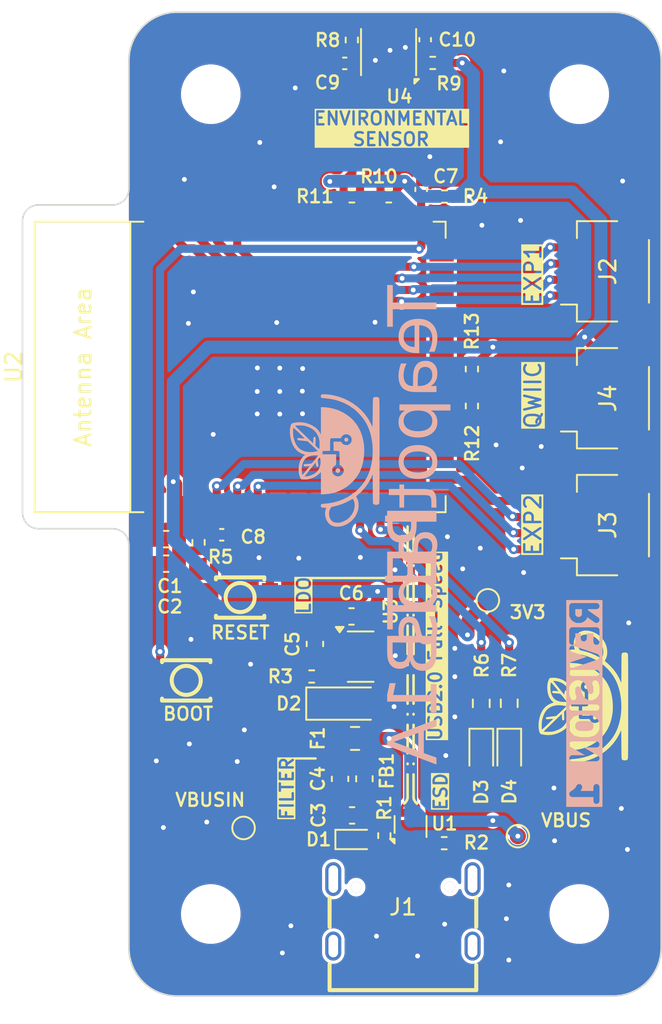
<source format=kicad_pcb>
(kicad_pcb (version 20240108) (generator "pcbnew") (generator_version "8.0")
  (layers (0 "F.Cu" signal) (1 "In1.Cu" signal) (2 "In2.Cu" signal) (31 "B.Cu" signal) (34 "B.Paste" user) (35 "F.Paste" user) (36 "B.SilkS" user "B.Silkscreen") (37 "F.SilkS" user "F.Silkscreen") (38 "B.Mask" user) (39 "F.Mask" user) (44 "Edge.Cuts" user))
  (net 0 "")
  (net 1 "+3V3")
  (net 2 "GND")
  (net 3 "Net-(D1-A2)")
  (net 4 "Net-(C4-Pad1)")
  (net 5 "+5V")
  (net 6 "/BOOT0")
  (net 7 "/CHIP_EN")
  (net 8 "VBUS")
  (net 9 "Net-(D3-K)")
  (net 10 "Net-(J1-CC1)")
  (net 11 "/D_IN+")
  (net 12 "/D_IN-")
  (net 14 "Net-(J1-CC2)")
  (net 17 "/GPIO4")
  (net 18 "/GPIO5")
  (net 19 "/GPIO6")
  (net 24 "/GPIO3")
  (net 25 "/GPIO11")
  (net 26 "/GPIO12")
  (net 28 "/U0TXD")
  (net 29 "/U0RXD")
  (net 30 "/GPIO1")
  (net 31 "/GPIO2")
  (net 33 "/GPIO37")
  (net 34 "/GPIO36")
  (net 39 "Net-(D4-K)")
  (net 40 "Net-(U3-CE)")
  (net 41 "/D_OUT+")
  (net 42 "/D_OUT-")
  (net 46 "/LED0")
  (net 47 "/LED1")
  (net 49 "Net-(U4-SDO)")
  (net 50 "Net-(U4-CSB)")
  (footprint "Resistor_SMD:R_0402_1005Metric" (layer "F.Cu") (at 143.42 99.58)
    (property "Reference" "R3")
    (property "Value" "5K1")
  )
  (footprint "petb1a:Bosch_LGA-8_3x3mm_P0.8mm_ClockwisePinNumbering" (layer "F.Cu") (at 148.19 60.96 180)
    (property "Reference" "U4")
    (property "Value" "BME680")
  )
  (footprint "Resistor_SMD:R_0402_1005Metric" (layer "F.Cu") (at 145.91 60.14 -90)
    (property "Reference" "R8")
    (property "Value" "10K")
  )
  (footprint "LED_SMD:LED_0603_1608Metric" (layer "F.Cu") (at 155.6775 104.3025 -90)
    (property "Reference" "D4")
    (property "Value" "GREEN")
  )
  (footprint "Capacitor_SMD:C_0402_1005Metric" (layer "F.Cu") (at 150.46 60.12 90)
    (property "Reference" "C10")
    (property "Value" "100n")
  )
  (footprint "Capacitor_SMD:C_0603_1608Metric" (layer "F.Cu") (at 134.39 92.59 180)
    (property "Reference" "C2")
    (property "Value" "100n")
  )
  (footprint "Resistor_SMD:R_0603_1608Metric" (layer "F.Cu") (at 153.94 101.245 90)
    (property "Reference" "R6")
    (property "Value" "1K")
  )
  (footprint "petb1a:ESP32-S3-WROOM-1" (layer "F.Cu") (at 141.98 80.4 90)
    (property "Reference" "U2")
    (property "Value" "ESP32-S3-WROOM-1" (hide yes))
  )
  (footprint "Resistor_SMD:R_0603_1608Metric" (layer "F.Cu") (at 155.675 101.24 90)
    (property "Reference" "R7")
    (property "Value" "1K")
  )
  (footprint "petb1a:JST_SH_SM04B-SRSS-TB_1x04-1MP_P1.00mm_Horizontal" (layer "F.Cu") (at 161.66 90.2 90)
    (property "Reference" "J3")
    (property "Value" "EXP2")
  )
  (footprint "Resistor_SMD:R_0402_1005Metric" (layer "F.Cu") (at 145.91 69.83 180)
    (property "Reference" "R11")
    (property "Value" "10K")
  )
  (footprint "Capacitor_SMD:C_0603_1608Metric" (layer "F.Cu") (at 145.89 95.86 180)
    (property "Reference" "C6")
    (property "Value" "10u")
  )
  (footprint "MountingHole:MountingHole_3.2mm_M3" (layer "F.Cu") (at 160.02 63.5)
    (property "Reference" "H2")
    (property "Value" "MountingHole")
  )
  (footprint "TestPoint:TestPoint_Pad_D1.0mm" (layer "F.Cu") (at 139.192 108.966)
    (property "Reference" "TP1")
    (property "Value" "VBUSIN")
  )
  (footprint "petb1a:USB-C-SMD_TYPE-C-16P-1" (layer "F.Cu") (at 149.08 113.875)
    (property "Reference" "J1")
    (property "Value" "TYPEC-304-ACP16")
  )
  (footprint "Capacitor_SMD:C_0402_1005Metric" (layer "F.Cu") (at 150.21 69.4 90)
    (property "Reference" "C7")
    (property "Value" "1u")
  )
  (footprint "TestPoint:TestPoint_Pad_D1.0mm" (layer "F.Cu") (at 154.35 94.86)
    (property "Reference" "TP3")
    (property "Value" "+3V3")
  )
  (footprint "LED_SMD:LED_0603_1608Metric" (layer "F.Cu") (at 153.94 104.3025 -90)
    (property "Reference" "D3")
    (property "Value" "RED")
  )
  (footprint "petb1a:TeapotLogo" (layer "F.Cu") (at 160.205975 101.310433 90)
    (property "Reference" "G***")
    (property "Value" "LOGO" (hide yes))
  )
  (footprint "Capacitor_SMD:C_0603_1608Metric" (layer "F.Cu") (at 143.62 97.565 90)
    (property "Reference" "C5")
    (property "Value" "10u")
  )
  (footprint "Resistor_SMD:R_0402_1005Metric" (layer "F.Cu") (at 148.2 69.83 180)
    (property "Reference" "R10")
    (property "Value" "10K")
  )
  (footprint "Package_TO_SOT_SMD:SOT-23-5" (layer "F.Cu") (at 146.4575 98.35)
    (property "Reference" "U3")
    (property "Value" "XC6220B331MR-G")
  )
  (footprint "Resistor_SMD:R_0402_1005Metric" (layer "F.Cu") (at 136.4 91.27 90)
    (property "Reference" "R5")
    (property "Value" "10K")
  )
  (footprint "Capacitor_SMD:C_0603_1608Metric" (layer "F.Cu") (at 145.18 105.925 -90)
    (property "Reference" "C4")
    (property "Value" "100n")
  )
  (footprint "Capacitor_SMD:C_0603_1608Metric" (layer "F.Cu") (at 134.39 91.07 180)
    (property "Reference" "C1")
    (property "Value" "10u")
  )
  (footprint "Resistor_SMD:R_0402_1005Metric" (layer "F.Cu") (at 147.9275 109.4424 90)
    (property "Reference" "R1")
    (property "Value" "5K1")
  )
  (footprint "MountingHole:MountingHole_3.2mm_M3" (layer "F.Cu") (at 137.16 63.5)
    (property "Reference" "H1")
    (property "Value" "MountingHole")
  )
  (footprint "petb1a:JST_SH_SM04B-SRSS-TB_1x04-1MP_P1.00mm_Horizontal" (layer "F.Cu") (at 161.66 82.34 90)
    (property "Reference" "J4")
    (property "Value" "Qwiic")
  )
  (footprint "Capacitor_SMD:C_0603_1608Metric" (layer "F.Cu") (at 145.925 108.19 180)
    (property "Reference" "C3")
    (property "Value" "10n")
  )
  (footprint "TestPoint:TestPoint_Pad_D1.0mm" (layer "F.Cu") (at 156.21 109.474)
    (property "Reference" "TP2")
    (property "Value" "VBUS")
  )
  (footprint "Resistor_SMD:R_0402_1005Metric" (layer "F.Cu") (at 151.64 109.91)
    (property "Reference" "R2")
    (property "Value" "5K1")
  )
  (footprint "Resistor_SMD:R_0402_1005Metric" (layer "F.Cu") (at 153.36 80.53 90)
    (property "Reference" "R13")
    (property "Value" "10K")
  )
  (footprint "Capacitor_SMD:C_0402_1005Metric" (layer "F.Cu") (at 137.84 90.8)
    (property "Reference" "C8")
    (property "Value" "1u")
  )
  (footprint "Fuse:Fuse_0805_2012Metric" (layer "F.Cu") (at 146.11 103.42)
    (property "Reference" "F1")
    (property "Value" "SMD0805P075TF")
  )
  (footprint "Diode_SMD:D_SOD-523" (layer "F.Cu") (at 146.15 109.68)
    (property "Reference" "D1")
    (property "Value" "LESD5D5.0CT1G")
  )
  (footprint "Capacitor_SMD:C_0402_1005Metric" (layer "F.Cu") (at 145.47 61.59 180)
    (property "Reference" "C9")
    (property "Value" "100n")
  )
  (footprint "MountingHole:MountingHole_3.2mm_M3" (layer "F.Cu") (at 160.02 114.3)
    (property "Reference" "H3")
    (property "Value" "MountingHole")
  )
  (footprint "Resistor_SMD:R_0402_1005Metric" (layer "F.Cu") (at 151.66 69.84 180)
    (property "Reference" "R4")
    (property "Value" "10K")
  )
  (footprint "petb1a:JST_SH_SM04B-SRSS-TB_1x04-1MP_P1.00mm_Horizontal" (layer "F.Cu") (at 161.66 74.475 90)
    (property "Reference" "J2")
    (property "Value" "EXP1")
  )
  (footprint "Diode_SMD:D_SOD-123" (layer "F.Cu") (at 145.44 101.26)
    (property "Reference" "D2")
    (property "Value" "B5819W")
  )
  (footprint "petb1a:KEY-SMD_L3.0-W2.5-LS4.0" (layer "F.Cu") (at 138.98 94.69 180)
    (property "Reference" "SW2")
    (property "Value" "TD-1183SA-1.5H-250")
  )
  (footprint "Resistor_SMD:R_0402_1005Metric" (layer "F.Cu") (at 150.93 61.56)
    (property "Reference" "R9")
    (property "Value" "10K")
  )
  (footprint "petb1a:KEY-SMD_L3.0-W2.5-LS4.0" (layer "F.Cu") (at 135.636 99.822 180)
    (property "Reference" "SW1")
    (property "Value" "TD-1183SA-1.5H-250")
  )
  (footprint "Inductor_SMD:L_0603_1608Metric" (layer "F.Cu") (at 146.69 105.92 90)
    (property "Reference" "FB1")
    (property "Value" "MMZ1608B601CTAH0")
  )
  (footprint "Package_TO_SOT_SMD:SOT-666" (layer "F.Cu") (at 149.5525 108.875 90)
    (property "Reference" "U1")
    (property "Value" "USBLC6-2P6")
  )
  (footprint "MountingHole:MountingHole_3.2mm_M3" (layer "F.Cu") (at 137.16 114.3)
    (property "Reference" "H4")
    (property "Value" "MountingHole")
  )
  (footprint "Resistor_SMD:R_0402_1005Metric" (layer "F.Cu") (at 153.36 82.82 90)
    (property "Reference" "R12")
    (property "Value" "10K")
  )
  (footprint "petb1a:TeapotLogo" (layer "B.Cu") (at 144.78 85.725 -90)
    (property "Reference" "G***")
    (property "Value" "LOGO" (hide yes))
  )
  (gr_line (start 149.32 107.26) (end 149.27 107.34) (stroke (width 0.16)) (layer "F.SilkS"))
  (gr_line (start 149.22 107.4) (end 149.16 107.46) (stroke (width 0.16)) (layer "F.SilkS"))
  (gr_line (start 149.74 107.01) (end 149.74 107.1) (stroke (width 0.16)) (layer "F.SilkS"))
  (gr_line (start 149.84 107.34) (end 149.89 107.399999) (stroke (width 0.16)) (layer "F.SilkS"))
  (gr_line (start 142.38 104.66) (end 143.66 104.66) (stroke (width 0.15)) (layer "F.SilkS"))
  (gr_line (start 149.74 107.1) (end 149.76 107.19) (stroke (width 0.16)) (layer "F.SilkS"))
  (gr_line (start 148.05 93.48) (end 143.41 93.48) (stroke (width 0.15)) (layer "F.SilkS"))
  (gr_line (start 149.35 107.19) (end 149.319999 107.26) (stroke (width 0.16)) (layer "F.SilkS"))
  (gr_line (start 149.37 107.01) (end 149.37 107.1) (stroke (width 0.16)) (layer "F.SilkS"))
  (gr_line (start 149.74 90.29) (end 149.74 107.01) (stroke (width 0.16) (type dash_dot)) (layer "F.SilkS"))
  (gr_line (start 149.76 107.19) (end 149.790001 107.26) (stroke (width 0.16)) (layer "F.SilkS"))
  (gr_line (start 149.37 90.29) (end 149.37 107.01) (stroke (width 0.16) (type dash_dot)) (layer "F.SilkS"))
  (gr_line (start 149.79 107.26) (end 149.84 107.34) (stroke (width 0.16)) (layer "F.SilkS"))
  (gr_line (start 149.37 107.1) (end 149.35 107.19) (stroke (width 0.16)) (layer "F.SilkS"))
  (gr_line (start 149.89 107.4) (end 149.95 107.46) (stroke (width 0.16)) (layer "F.SilkS"))
  (gr_line (start 149.27 107.34) (end 149.22 107.399999) (stroke (width 0.16)) (layer "F.SilkS"))
  (gr_arc (start 126.476 90.424) (mid 125.768893 90.131107) (end 125.476 89.424) (stroke (width 0.1)) (layer "Edge.Cuts"))
  (gr_line (start 132.08 69.358) (end 132.08 61.42) (stroke (width 0.1)) (layer "Edge.Cuts"))
  (gr_arc (start 132.08 69.358) (mid 131.787107 70.065107) (end 131.08 70.358) (stroke (width 0.1)) (layer "Edge.Cuts"))
  (gr_line (start 131.08 90.424) (end 126.476 90.424) (stroke (width 0.1)) (layer "Edge.Cuts"))
  (gr_line (start 125.476 71.358) (end 125.476 89.424) (stroke (width 0.1)) (layer "Edge.Cuts"))
  (gr_line (start 162.1 119.38) (end 135.08 119.38) (stroke (width 0.1)) (layer "Edge.Cuts"))
  (gr_line (start 135.08 58.42) (end 162.1 58.42) (stroke (width 0.1)) (layer "Edge.Cuts"))
  (gr_arc (start 131.08 90.424) (mid 131.787107 90.716893) (end 132.08 91.424) (stroke (width 0.1)) (layer "Edge.Cuts"))
  (gr_arc (start 165.1 116.38) (mid 164.22132 118.50132) (end 162.1 119.38) (stroke (width 0.1)) (layer "Edge.Cuts"))
  (gr_line (start 132.08 116.38) (end 132.08 91.424) (stroke (width 0.1)) (layer "Edge.Cuts"))
  (gr_arc (start 125.476 71.358) (mid 125.768893 70.650893) (end 126.476 70.358) (stroke (width 0.1)) (layer "Edge.Cuts"))
  (gr_arc (start 135.08 119.38) (mid 132.95868 118.50132) (end 132.08 116.38) (stroke (width 0.1)) (layer "Edge.Cuts"))
  (gr_arc (start 162.1 58.42) (mid 164.22132 59.29868) (end 165.1 61.42) (stroke (width 0.1)) (layer "Edge.Cuts"))
  (gr_line (start 165.1 61.42) (end 165.1 116.38) (stroke (width 0.1)) (layer "Edge.Cuts"))
  (gr_line (start 131.08 70.358) (end 126.476 70.358) (stroke (width 0.1)) (layer "Edge.Cuts"))
  (gr_arc (start 132.08 61.42) (mid 132.95868 59.29868) (end 135.08 58.42) (stroke (width 0.1)) (layer "Edge.Cuts"))
  (gr_text "Teapotlabs" (at 151.670458 75.334408 90) (layer "B.SilkS") (effects (font (size 3 3)) (justify left bottom mirror)))
  (gr_text "REVISION 1" (at 161.29 94.615 90) (layer "B.SilkS" knockout) (effects (font (size 1.5 1.5) (thickness 0.375) (bold yes)) (justify left bottom mirror)))
  (gr_text "PETB1A" (at 151.670458 88.9 90) (layer "B.SilkS") (effects (font (size 3 3)) (justify left bottom mirror)))
  (gr_text "EXP1" (at 157.734 76.708 90) (layer "F.SilkS" knockout) (effects (font (size 1 1)) (justify left bottom)))
  (gr_text "VBUS" (at 157.559393 108.966 0) (layer "F.SilkS") (effects (font (size 0.8 0.8)) (justify left bottom)))
  (gr_text "USB2.0 Full-Speed" (at 151.56 103.65 90) (layer "F.SilkS" knockout) (effects (font (size 0.8 0.8)) (justify left bottom)))
  (gr_text "EXP2" (at 157.734 92.202 90) (layer "F.SilkS" knockout) (effects (font (size 1 1)) (justify left bottom)))
  (gr_text "ESD" (at 151.89 107.96 90) (layer "F.SilkS" knockout) (effects (font (size 0.8 0.8)) (justify left bottom)))
  (gr_text "FILTER" (at 142.35 108.55 90) (layer "F.SilkS" knockout) (effects (font (size 0.8 0.8)) (justify left bottom)))
  (gr_text "QWIIC" (at 157.734 84.328 90) (layer "F.SilkS" knockout) (effects (font (size 1 1)) (justify left bottom)))
  (gr_text "LDO" (at 143.41 95.8 90) (layer "F.SilkS" knockout) (effects (font (size 0.8 0.8)) (justify left bottom)))
  (gr_text "VBUSIN" (at 134.874 107.696 0) (layer "F.SilkS") (effects (font (size 0.8 0.8)) (justify left bottom)))
  (gr_text "RESET" (at 137.08 97.33 0) (layer "F.SilkS") (effects (font (size 0.8 0.8)) (justify left bottom)))
  (gr_text "BOOT" (at 134.112 102.362 0) (layer "F.SilkS") (effects (font (size 0.8 0.8)) (justify left bottom)))
  (gr_text "ENVIRONMENTAL\nSENSOR" (at 148.34 66.76 0) (layer "F.SilkS" knockout) (effects (font (size 0.8 0.8)) (justify bottom)))
  (gr_text "3V3" (at 155.62 96.07 0) (layer "F.SilkS") (effects (font (size 0.8 0.8)) (justify left bottom)))
  (segment (start 150.95 59.64) (end 150.46 59.64) (width 0.5) (layer "F.Cu") (net 1))
  (segment (start 148.71 69.83) (end 148.71 69.37) (width 0.5) (layer "F.Cu") (net 1))
  (segment (start 147.79 60.034999) (end 147.174999 60.65) (width 0.5) (layer "F.Cu") (net 1))
  (segment (start 135.165 89.325) (end 134.99 89.15) (width 0.8) (layer "F.Cu") (net 1))
  (segment (start 135.165 91.78) (end 135.165 92.59) (width 0.8) (layer "F.Cu") (net 1))
  (segment (start 161.56 79.87) (end 160.355 78.665) (width 0.5) (layer "F.Cu") (net 1))
  (segment (start 147.51 94.31) (end 147.51 95.015) (width 0.8) (layer "F.Cu") (net 1))
  (segment (start 149.5225 59.64) (end 149.39 59.7725) (width 0.5) (layer "F.Cu") (net 1))
  (segment (start 134.99 87.67) (end 134.83 87.51) (width 0.8) (layer "F.Cu") (net 1))
  (segment (start 136.4 91.78) (end 135.875 91.78) (width 0.5) (layer "F.Cu") (net 1))
  (segment (start 144.53 68.89) (end 144.547524 68.907524) (width 0.5) (layer "F.Cu") (net 1))
  (segment (start 153.36 83.33) (end 154.91 83.33) (width 0.5) (layer "F.Cu") (net 1))
  (segment (start 135.165 91.07) (end 135.165 89.325) (width 0.8) (layer "F.Cu") (net 1))
  (segment (start 154.35 94.86) (end 153.12 96.09) (width 0.8) (layer "F.Cu") (net 1))
  (segment (start 158.65 103.92) (end 157.48 105.09) (width 0.8) (layer "F.Cu") (net 1))
  (segment (start 151.44 61.56) (end 151.44 60.13) (width 0.5) (layer "F.Cu") (net 1))
  (segment (start 157.36 94.86) (end 158.65 96.15) (width 0.8) (layer "F.Cu") (net 1))
  (segment (start 145.91 61.55) (end 145.95 61.59) (width 0.5) (layer "F.Cu") (net 1))
  (segment (start 153.36 80.02) (end 153.81 80.02) (width 0.5) (layer "F.Cu") (net 1))
  (segment (start 152.18 69.83) (end 152.17 69.84) (width 0.8) (layer "F.Cu") (net 1))
  (segment (start 147.79 59.7725) (end 147.79 60.034999) (width 0.5) (layer "F.Cu") (net 1))
  (segment (start 145.4 68.907524) (end 145.95 68.357524) (width 0.5) (layer "F.Cu") (net 1))
  (segment (start 145.4 68.907524) (end 144.547524 68.907524) (width 0.5) (layer "F.Cu") (net 1))
  (segment (start 155.4 82.84) (end 159.66 82.84) (width 0.5) (layer "F.Cu") (net 1))
  (segment (start 147.61 96.21) (end 147.595 96.225) (width 0.8) (layer "F.Cu") (net 1))
  (segment (start 147.26 95.86) (end 147.61 96.21) (width 0.8) (layer "F.Cu") (net 1))
  (segment (start 148.71 69.37) (end 149.19 68.89) (width 0.5) (layer "F.Cu") (net 1))
  (segment (start 154.35 94.86) (end 157.36 94.86) (width 0.8) (layer "F.Cu") (net 1))
  (segment (start 146.665 95.86) (end 147.26 95.86) (width 0.8) (layer "F.Cu") (net 1))
  (segment (start 145.4 69.83) (end 145.4 68.907524) (width 0.5) (layer "F.Cu") (net 1))
  (segment (start 156.17 105.09) (end 155.6775 105.09) (width 0.8) (layer "F.Cu") (net 1))
  (segment (start 154.91 83.33) (end 155.4 82.84) (width 0.5) (layer "F.Cu") (net 1))
  (segment (start 160.434999 82.84) (end 161.56 81.714999) (width 0.5) (layer "F.Cu") (net 1))
  (segment (start 135.165 91.07) (end 135.165 91.78) (width 0.8) (layer "F.Cu") (net 1))
  (segment (start 136.4 91.78) (end 135.975 91.78) (width 0.5) (layer "F.Cu") (net 1))
  (segment (start 145.91 60.65) (end 145.91 61.55) (width 0.5) (layer "F.Cu") (net 1))
  (segment (start 153.12 96.968578) (end 153.085699 97.002879) (width 0.8) (layer "F.Cu") (net 1))
  (segment (start 153.19 69.83) (end 152.18 69.83) (width 0.8) (layer "F.Cu") (net 1))
  (segment (start 153.12 96.09) (end 153.12 96.968578) (width 0.8) (layer "F.Cu") (net 1))
  (segment (start 161.56 81.714999) (end 161.56 79.87) (width 0.5) (layer "F.Cu") (net 1))
  (segment (start 160.355 78.665) (end 160.355 78.545) (width 0.5) (layer "F.Cu") (net 1))
  (segment (start 151.44 60.13) (end 150.95 59.64) (width 0.5) (layer "F.Cu") (net 1))
  (segment (start 155.6775 105.09) (end 153.94 105.09) (width 0.8) (layer "F.Cu") (net 1))
  (segment (start 158.65 96.15) (end 158.65 103.92) (width 0.8) (layer "F.Cu") (net 1))
  (segment (start 147.595 96.225) (end 147.595 97.4) (width 0.8) (layer "F.Cu") (net 1))
  (segment (start 150.46 59.64) (end 149.5225 59.64) (width 0.5) (layer "F.Cu") (net 1))
  (segment (start 157.48 105.09) (end 156.17 105.09) (width 0.8) (layer "F.Cu") (net 1))
  (segment (start 147.174999 60.65) (end 145.91 60.65) (width 0.5) (layer "F.Cu") (net 1))
  (segment (start 151.44 61.56) (end 152.76 61.56) (width 0.5) (layer "F.Cu") (net 1))
  (segment (start 159.66 82.84) (end 160.434999 82.84) (width 0.5) (layer "F.Cu") (net 1))
  (segment (start 145.95 68.357524) (end 145.95 61.59) (width 0.5) (layer "F.Cu") (net 1))
  (segment (start 153.81 80.02) (end 154.66 79.17) (width 0.5) (layer "F.Cu") (net 1))
  (segment (start 134.99 89.15) (end 134.99 87.67) (width 0.8) (layer "F.Cu") (net 1))
  (segment (start 136.4 91.78) (end 135.165 91.78) (width 0.5) (layer "F.Cu") (net 1))
  (segment (start 147.51 95.015) (end 146.665 95.86) (width 0.8) (layer "F.Cu") (net 1))
  (via (at 160.355 78.545) (size 0.6) (drill 0.3) (layers "F.Cu" "B.Cu") (net 1))
  (via (at 144.547524 68.907524) (size 0.6) (drill 0.3) (layers "F.Cu" "B.Cu") (net 1))
  (via (at 147.51 94.31) (size 0.6) (drill 0.3) (layers "F.Cu" "B.Cu") (net 1))
  (via (at 152.76 61.56) (size 0.6) (drill 0.3) (layers "F.Cu" "B.Cu") (net 1))
  (via (at 153.19 69.83) (size 0.6) (drill 0.3) (layers "F.Cu" "B.Cu") (net 1))
  (via (at 153.085699 97.002879) (size 0.6) (drill 0.3) (layers "F.Cu" "B.Cu") (net 1))
  (via (at 149.19 68.89) (size 0.6) (drill 0.3) (layers "F.Cu" "B.Cu") (net 1))
  (via (at 134.83 87.51) (size 0.6) (drill 0.3) (layers "F.Cu" "B.Cu") (net 1))
  (via (at 154.66 79.17) (size 0.6) (drill 0.3) (layers "F.Cu" "B.Cu") (net 1))
  (segment (start 154.26 69.56) (end 153.46 69.56) (width 0.8) (layer "B.Cu") (net 1))
  (segment (start 149.19 68.89) (end 144.53 68.89) (width 0.8) (layer "B.Cu") (net 1))
  (segment (start 138.05 94.31) (end 147.51 94.31) (width 0.8) (layer "B.Cu") (net 1))
  (segment (start 153.46 68.88) (end 153.58 68.88) (width 0.8) (layer "B.Cu") (net 1))
  (segment (start 161.36 77.54) (end 161.36 71.33) (width 0.8) (layer "B.Cu") (net 1))
  (segment (start 154.66 79.17) (end 159.73 79.17) (width 0.8) (layer "B.Cu") (net 1))
  (segment (start 153.46 68.88) (end 152.51 69.83) (width 0.8) (layer "B.Cu") (net 1))
  (segment (start 160.355 78.545) (end 161.36 77.54) (width 0.8) (layer "B.Cu") (net 1))
  (segment (start 137 79.17) (end 134.83 81.34) (width 0.8) (layer "B.Cu") (net 1))
  (segment (start 153.19 69.83) (end 152.51 69.83) (width 0.8) (layer "B.Cu") (net 1))
  (segment (start 150.13 69.83) (end 149.19 68.89) (width 0.8) (layer "B.Cu") (net 1))
  (segment (start 161.36 71.33) (end 159.59 69.56) (width 0.8) (layer "B.Cu") (net 1))
  (segment (start 150.39282 94.31) (end 152.25641 96.17359) (width 0.8) (layer "B.Cu") (net 1))
  (segment (start 152.25641 96.17359) (end 153.085699 97.002879) (width 0.8) (layer "B.Cu") (net 1))
  (segment (start 159.59 69.56) (end 154.26 69.56) (width 0.8) (layer "B.Cu") (net 1))
  (segment (start 134.83 91.09) (end 138.05 94.31) (width 0.8) (layer "B.Cu") (net 1))
  (segment (start 153.58 68.88) (end 154.26 69.56) (width 0.8) (layer "B.Cu") (net 1))
  (segment (start 153.46 62.26) (end 152.77 61.57) (width 0.8) (layer "B.Cu") (net 1))
  (segment (start 134.83 87.51) (end 134.83 91.09) (width 0.8) (layer "B.Cu") (net 1))
  (segment (start 134.83 81.34) (end 134.83 87.51) (width 0.8) (layer "B.Cu") (net 1))
  (segment (start 154.66 79.17) (end 137 79.17) (width 0.8) (layer "B.Cu") (net 1))
  (segment (start 153.46 69.56) (end 153.19 69.83) (width 0.8) (layer "B.Cu") (net 1))
  (segment (start 153.46 68.88) (end 153.46 62.26) (width 0.8) (layer "B.Cu") (net 1))
  (segment (start 159.73 79.17) (end 160.355 78.545) (width 0.8) (layer "B.Cu") (net 1))
  (segment (start 147.51 94.31) (end 150.39282 94.31) (width 0.8) (layer "B.Cu") (net 1))
  (segment (start 152.51 69.83) (end 150.13 69.83) (width 0.8) (layer "B.Cu") (net 1))
  (segment (start 153.46 69.56) (end 153.46 68.88) (width 0.8) (layer "B.Cu") (net 1))
  (via (at 140.04 81.92) (size 0.6) (drill 0.3) (layers "F.Cu" "B.Cu") (net 2))
  (via (at 148.59 92.97) (size 0.6) (drill 0.3) (layers "F.Cu" "B.Cu") (net 2))
  (via (at 140.05 80.46) (size 0.6) (drill 0.3) (layers "F.Cu" "B.Cu") (net 2))
  (via (at 134.22 108.94) (size 0.6) (drill 0.3) (layers "F.Cu" "B.Cu") (net 2))
  (via (at 152.3 102.08) (size 0.6) (drill 0.3) (layers "F.Cu" "B.Cu") (net 2))
  (via (at 147.37 61.4) (size 0.6) (drill 0.3) (layers "F.Cu" "B.Cu") (net 2))
  (via (at 148.53 101.45) (size 0.6) (drill 0.3) (layers "F.Cu" "B.Cu") (net 2))
  (via (at 140.15 92.22) (size 0.6) (drill 0.3) (layers "F.Cu" "B.Cu") (net 2))
  (via (at 153.98 71.62) (size 0.6) (drill 0.3) (layers "F.Cu" "B.Cu") (net 2))
  (via (at 152.3 99.59) (size 0.6) (drill 0.3) (layers "F.Cu" "B.Cu") (net 2))
  (via (at 138.8 104.85) (size 0.6) (drill 0.3) (layers "F.Cu" "B.Cu") (net 2))
  (via (at 163.01 110.3) (size 0.6) (drill 0.3) (layers "F.Cu" "B.Cu") (net 2))
  (via (at 141.44 81.92) (size 0.6) (drill 0.3) (layers "F.Cu" "B.Cu") (net 2))
  (via (at 141.25 77.65) (size 0.6) (drill 0.3) (layers "F.Cu" "B.Cu") (net 2))
  (via (at 148.28 60.78) (size 0.6) (drill 0.3) (layers "F.Cu" "B.Cu") (net 2))
  (via (at 151.84 90.92) (size 0.6) (drill 0.3) (layers "F.Cu" "B.Cu") (net 2))
  (via (at 155.65 117.15) (size 0.6) (drill 0.3) (layers "F.Cu" "B.Cu") (net 2))
  (via (at 155.65 112.5) (size 0.6) (drill 0.3) (layers "F.Cu" "B.Cu") (net 2))
  (via (at 148.61 98.29) (size 0.6) (drill 0.3) (layers "F.Cu" "B.Cu") (net 2))
  (via (at 155.34 62.06) (size 0.6) (drill 0.3) (layers "F.Cu" "B.Cu") (net 2))
  (via (at 155.5 114.59) (size 0.6) (drill 0.3) (layers "F.Cu" "B.Cu") (net 2))
  (via (at 142.85 83.3) (size 0.6) (drill 0.3) (layers "F.Cu" "B.Cu") (net 2))
  (via (at 135.52 68.78) (size 0.6) (drill 0.3) (layers "F.Cu" "B.Cu") (net 2))
  (via (at 141.09 69.24) (size 0.6) (drill 0.3) (layers "F.Cu" "B.Cu") (net 2))
  (via (at 142.13 115.03) (size 0.6) (drill 0.3) (layers "F.Cu" "B.Cu") (net 2))
  (via (at 136.91 108.6) (size 0.6) (drill 0.3) (layers "F.Cu" "B.Cu") (net 2))
  (via (at 142.86 80.5) (size 0.6) (drill 0.3) (layers "F.Cu" "B.Cu") (net 2))
  (via (at 152.79 92.91) (size 0.6) (drill 0.3) (layers "F.Cu" "B.Cu") (net 2))
  (via (at 152.3 97.84) (size 0.6) (drill 0.3) (layers "F.Cu" "B.Cu") (net 2))
  (via (at 156.38 71.32) (size 0.6) (drill 0.3) (layers "F.Cu" "B.Cu") (net 2))
  (via (at 142.84 81.9) (size 0.6) (drill 0.3) (layers "F.Cu" "B.Cu") (net 2))
  (via (at 163.09 96.26) (size 0.6) (drill 0.3) (layers "F.Cu" "B.Cu") (net 2))
  (via (at 135.77 77.7) (size 0.6) (drill 0.3) (layers "F.Cu" "B.Cu") (net 2))
  (via (at 139.63 98.82) (size 0.6) (drill 0.3) (layers "F.Cu" "B.Cu") (net 2))
  (via (at 149.99 116.9) (size 0.6) (drill 0.3) (layers "F.Cu" "B.Cu") (net 2))
  (via (at 153.88 91.63) (size 0.6) (drill 0.3) (layers "F.Cu" "B.Cu") (net 2))
  (via (at 140.2 66.49) (size 0.6) (drill 0.3) (layers "F.Cu" "B.Cu") (net 2))
  (via (at 136.08 75.75) (size 0.6) (drill 0.3) (layers "F.Cu" "B.Cu") (net 2))
  (via (at 135.93 97.28) (size 0.6) (drill 0.3) (layers "F.Cu" "B.Cu") (net 2))
  (via (at 149.23 60.6) (size 0.6) (drill 0.3) (layers "F.Cu" "B.Cu") (net 2))
  (via (at 142.4 63.11) (size 0.6) (drill 0.3) (layers "F.Cu" "B.Cu") (net 2))
  (via (at 155.14 66.45) (size 0.6) (drill 0.3) (layers "F.Cu" "B.Cu") (net 2))
  (via (at 151.67 114.93) (size 0.6) (drill 0.3) (layers "F.Cu" "B.Cu") (net 2))
  (via (at 140.04 83.31) (size 0.6) (drill 0.3) (layers "F.Cu" "B.Cu") (net 2))
  (via (at 147.35 77.63) (size 0.6) (drill 0.3) (layers "F.Cu" "B.Cu") (net 2))
  (via (at 156.57 93.14) (size 0.6) (drill 0.3) (layers "F.Cu" "B.Cu") (net 2))
  (via (at 142.62 92.25) (size 0.6) (drill 0.3) (layers "F.Cu" "B.Cu") (net 2))
  (via (at 162.71 68.88) (size 0.6) (drill 0.3) (layers "F.Cu" "B.Cu") (net 2))
  (via (at 141.6 116.71) (size 0.6) (drill 0.3) (layers "F.Cu" "B.Cu") (net 2))
  (via (at 151.74 104.48) (size 0.6) (drill 0.3) (layers "F.Cu" "B.Cu") (net 2))
  (via (at 135.83 103.76) (size 0.6) (drill 0.3) (layers "F.Cu" "B.Cu") (net 2))
  (via (at 137.31 84.58) (size 0.6) (drill 0.3) (layers "F.Cu" "B.Cu") (net 2))
  (via (at 141.44 83.32) (size 0.6) (drill 0.3) (layers "F.Cu" "B.Cu") (net 2))
  (via (at 157.66 85.33) (size 0.6) (drill 0.3) (layers "F.Cu" "B.Cu") (net 2))
  (via (at 158.49 109.76) (size 0.6) (drill 0.3) (layers "F.Cu" "B.Cu") (net 2))
  (via (at 154.86 85.23) (size 0.6) (drill 0.3) (layers "F.Cu" "B.Cu") (net 2))
  (via (at 158.45 106.49) (size 0.6) (drill 0.3) (layers "F.Cu" "B.Cu") (net 2))
  (via (at 147.44 115.67) (size 0.6) (drill 0.3) (layers "F.Cu" "B.Cu") (net 2))
  (via (at 150.75 67.37) (size 0.6) (drill 0.3) (layers "F.Cu" "B.Cu") (net 2))
  (via (at 139.24 102.89) (size 0.6) (drill 0.3) (layers "F.Cu" "B.Cu") (net 2))
  (via (at 146.44 92.2) (size 0.6) (drill 0.3) (layers "F.Cu" "B.Cu") (net 2))
  (via (at 133.78 104.81) (size 0.6) (drill 0.3) (layers "F.Cu" "B.Cu") (net 2))
  (via (at 141.44 80.47) (size 0.6) (drill 0.3) (layers "F.Cu" "B.Cu") (net 2))
  (via (at 162.63 107.76) (size 0.6) (drill 0.3) (layers "F.Cu" "B.Cu") (net 2))
  (via (at 156.48 86.66) (size 0.6) (drill 0.3) (layers "F.Cu" "B.Cu") (net 2))
  (segment (start 146.85 109.68) (end 146.85 110.38) (width 0.6) (layer "F.Cu") (net 3))
  (segment (start 143.65 113.59) (end 139.55 109.49) (width 0.3) (layer "F.Cu") (net 3))
  (segment (start 139.55 109.49) (end 139.55 109.324) (width 0.3) (layer "F.Cu") (net 3))
  (segment (start 146.26 113.59) (end 143.65 113.59) (width 0.3) (layer "F.Cu") (net 3))
  (segment (start 146.83 111.465) (end 146.83 112.259695) (width 0.3) (layer "F.Cu") (net 3))
  (segment (start 146.85 108.34) (end 146.7 108.19) (width 0.6) (layer "F.Cu") (net 3))
  (segment (start 146.69 108.18) (end 146.7 108.19) (width 0.8) (layer "F.Cu") (net 3))
  (segment (start 146.905 112.334695) (end 146.905 112.945) (width 0.3) (layer "F.Cu") (net 3))
  (segment (start 146.69 106.7075) (end 146.69 108.18) (width 0.8) (layer "F.Cu") (net 3))
  (segment (start 139.55 109.324) (end 139.192 108.966) (width 0.3) (layer "F.Cu") (net 3))
  (segment (start 146.905 112.945) (end 146.26 113.59) (width 0.3) (layer "F.Cu") (net 3))
  (segment (start 146.85 110.38) (end 146.65 110.58) (width 0.6) (layer "F.Cu") (net 3))
  (segment (start 146.83 112.259695) (end 146.905 112.334695) (width 0.3) (layer "F.Cu") (net 3))
  (segment (start 146.65 110.58) (end 146.65 111.465) (width 0.6) (layer "F.Cu") (net 3))
  (segment (start 146.85 109.68) (end 146.85 108.34) (width 0.6) (layer "F.Cu") (net 3))
  (segment (start 145.1975 105.1325) (end 145.18 105.15) (width 0.8) (layer "F.Cu") (net 4))
  (segment (start 145.18 105.15) (end 145.18 103.4275) (width 0.8) (layer "F.Cu") (net 4))
  (segment (start 145.18 103.4275) (end 145.1725 103.42) (width 0.8) (layer "F.Cu") (net 4))
  (segment (start 146.69 105.1325) (end 145.1975 105.1325) (width 0.8) (layer "F.Cu") (net 4))
  (segment (start 142.91 99.58) (end 142.91 100.38) (width 0.5) (layer "F.Cu") (net 5))
  (segment (start 144.56 97.4) (end 143.62 98.34) (width 0.5) (layer "F.Cu") (net 5))
  (segment (start 142.91 100.38) (end 143.79 101.26) (width 0.5) (layer "F.Cu") (net 5))
  (segment (start 145.32 97.4) (end 144.56 97.4) (width 0.5) (layer "F.Cu") (net 5))
  (segment (start 142.91 99.05) (end 143.62 98.34) (width 0.5) (layer "F.Cu") (net 5))
  (segment (start 142.91 99.58) (end 142.91 99.05) (width 0.5) (layer "F.Cu") (net 5))
  (segment (start 134.02 98.05) (end 134.02 99.588) (width 0.5) (layer "F.Cu") (net 6))
  (segment (start 150.23 71.65) (end 150.23 72.93) (width 0.5) (layer "F.Cu") (net 6))
  (segment (start 134.02 99.588) (end 133.786 99.822) (width 0.5) (layer "F.Cu") (net 6))
  (segment (start 150.21 71.63) (end 150.23 71.65) (width 0.5) (layer "F.Cu") (net 6))
  (segment (start 150.21 69.88) (end 150.21 71.63) (width 0.5) (layer "F.Cu") (net 6))
  (segment (start 151.11 69.88) (end 151.15 69.84) (width 0.5) (layer "F.Cu") (net 6))
  (segment (start 150.23 72.93) (end 150.08 73.08) (width 0.5) (layer "F.Cu") (net 6))
  (segment (start 150.21 69.88) (end 151.11 69.88) (width 0.5) (layer "F.Cu") (net 6))
  (via (at 150.08 73.08) (size 0.6) (drill 0.3) (layers "F.Cu" "B.Cu") (net 6))
  (via (at 134.01 98.04) (size 0.6) (drill 0.3) (layers "F.Cu" "B.Cu") (net 6))
  (segment (start 150.08 73.08) (end 149.68 73.08) (width 0.5) (layer "B.Cu") (net 6))
  (segment (start 149.68 73.08) (end 135.28 73.08) (width 0.5) (layer "B.Cu") (net 6))
  (segment (start 134.01 74.35) (end 134.01 98.04) (width 0.5) (layer "B.Cu") (net 6))
  (segment (start 134.01 98.04) (end 134.02 98.05) (width 0.5) (layer "B.Cu") (net 6))
  (segment (start 135.28 73.08) (end 134.01 74.35) (width 0.5) (layer "B.Cu") (net 6))
  (segment (start 137.36 90.8) (end 137.36 94.46) (width 0.5) (layer "F.Cu") (net 7))
  (segment (start 137.36 90.8) (end 136.44 90.8) (width 0.5) (layer "F.Cu") (net 7))
  (segment (start 137.36 94.46) (end 137.13 94.69) (width 0.5) (layer "F.Cu") (net 7))
  (segment (start 136.4 89.29) (end 136.26 89.15) (width 0.5) (layer "F.Cu") (net 7))
  (segment (start 136.4 90.76) (end 136.4 89.29) (width 0.5) (layer "F.Cu") (net 7))
  (segment (start 136.44 90.8) (end 136.4 90.76) (width 0.5) (layer "F.Cu") (net 7))
  (segment (start 156.216 109.474) (end 156.22 109.47) (width 0.7) (layer "F.Cu") (net 8))
  (segment (start 150.979991 108.6) (end 154.57 108.6) (width 0.2) (layer "F.Cu") (net 8))
  (segment (start 147.0475 103.42) (end 147.0475 101.3025) (width 0.8) (layer "F.Cu") (net 8))
  (segment (start 156.21 109.474) (end 156.216 109.474) (width 0.7) (layer "F.Cu") (net 8))
  (segment (start 149.555 108.365) (end 149.79 108.6) (width 0.2) (layer "F.Cu") (net 8))
  (segment (start 149.555 107.9424) (end 149.555 108.365) (width 0.2) (layer "F.Cu") (net 8))
  (segment (start 154.57 108.6) (end 154.66 108.51) (width 0.2) (layer "F.Cu") (net 8))
  (segment (start 147.0475 101.3025) (end 147.09 101.26) (width 0.8) (layer "F.Cu") (net 8))
  (segment (start 147.0475 103.42) (end 148.22 103.42) (width 0.8) (layer "F.Cu") (net 8))
  (segment (start 149.79 108.6) (end 150.979991 108.6) (width 0.2) (layer "F.Cu") (net 8))
  (via (at 154.66 108.51) (size 0.6) (drill 0.3) (layers "F.Cu" "B.Cu") (net 8))
  (via (at 156.21 109.474) (size 0.6) (drill 0.3) (layers "F.Cu" "B.Cu") (net 8))
  (via (at 148.22 103.42) (size 0.6) (drill 0.3) (layers "F.Cu" "B.Cu") (net 8))
  (segment (start 148.22 103.42) (end 148.68 103.42) (width 0.8) (layer "B.Cu") (net 8))
  (segment (start 149.56 104.3) (end 149.56 107.61) (width 0.8) (layer "B.Cu") (net 8))
  (segment (start 149.56 108.545196) (end 149.555205 108.549991) (width 0.8) (layer "B.Cu") (net 8))
  (segment (start 150.49 108.549991) (end 149.555205 108.549991) (width 0.7) (layer "B.Cu") (net 8))
  (segment (start 156.216 109.474) (end 156.21 109.474) (width 0.7) (layer "B.Cu") (net 8))
  (segment (start 155.299991 108.549991) (end 151.03 108.549991) (width 0.7) (layer "B.Cu") (net 8))
  (segment (start 151.03 108.549991) (end 150.49 108.549991) (width 0.7) (layer "B.Cu") (net 8))
  (segment (start 148.68 103.42) (end 149.56 104.3) (width 0.8) (layer "B.Cu") (net 8))
  (segment (start 150.49 108.549991) (end 150.49 108.54) (width 0.7) (layer "B.Cu") (net 8))
  (segment (start 156.22 109.47) (end 156.216 109.474) (width 0.7) (layer "B.Cu") (net 8))
  (segment (start 149.56 107.61) (end 149.56 108.545196) (width 0.8) (layer "B.Cu") (net 8))
  (segment (start 150.49 108.54) (end 149.56 107.61) (width 0.7) (layer "B.Cu") (net 8))
  (segment (start 156.22 109.47) (end 155.299991 108.549991) (width 0.7) (layer "B.Cu") (net 8))
  (segment (start 153.94 102.07) (end 153.94 103.515) (width 0.7) (layer "F.Cu") (net 9))
  (segment (start 147.83 110.0499) (end 147.9275 109.9524) (width 0.3) (layer "F.Cu") (net 10))
  (segment (start 147.83 111.465) (end 147.83 110.0499) (width 0.3) (layer "F.Cu") (net 10))
  (segment (start 149.83 112.15) (end 149.62 112.36) (width 0.3) (layer "F.Cu") (net 11))
  (segment (start 148.83 112.16) (end 148.83 111.465) (width 0.3) (layer "F.Cu") (net 11))
  (segment (start 149.83 111.465) (end 149.83 110.59) (width 0.3) (layer "F.Cu") (net 11))
  (segment (start 149.03 112.36) (end 148.83 112.16) (width 0.3) (layer "F.Cu") (net 11))
  (segment (start 149.83 111.465) (end 149.83 112.15) (width 0.3) (layer "F.Cu") (net 11))
  (segment (start 149.62 112.36) (end 149.03 112.36) (width 0.3) (layer "F.Cu") (net 11))
  (segment (start 150.0925 110.3275) (end 150.0925 109.7174) (width 0.3) (layer "F.Cu") (net 11))
  (segment (start 149.83 110.59) (end 150.0925 110.3275) (width 0.3) (layer "F.Cu") (net 11))
  (segment (start 149.0175 110.08) (end 149.0175 109.7174) (width 0.3) (layer "F.Cu") (net 12))
  (segment (start 149.33 111.465) (end 149.33 110.59) (width 0.3) (layer "F.Cu") (net 12))
  (segment (start 148.33 111.465) (end 148.33 110.59) (width 0.3) (layer "F.Cu") (net 12))
  (segment (start 148.85 110.2775) (end 148.85 110.2475) (width 0.3) (layer "F.Cu") (net 12))
  (segment (start 149.0175 110.2775) (end 149.0175 110.08) (width 0.3) (layer "F.Cu") (net 12))
  (segment (start 148.6425 110.2775) (end 148.85 110.2775) (width 0.3) (layer "F.Cu") (net 12))
  (segment (start 149.33 110.59) (end 149.0175 110.2775) (width 0.3) (layer "F.Cu") (net 12))
  (segment (start 148.33 110.59) (end 148.6425 110.2775) (width 0.3) (layer "F.Cu") (net 12))
  (segment (start 148.85 110.2775) (end 149.0175 110.2775) (width 0.3) (layer "F.Cu") (net 12))
  (segment (start 148.85 110.2475) (end 149.0175 110.08) (width 0.3) (layer "F.Cu") (net 12))
  (segment (start 150.83 111.465) (end 150.83 110.61) (width 0.3) (layer "F.Cu") (net 14))
  (segment (start 150.83 110.61) (end 151.13 110.31) (width 0.3) (layer "F.Cu") (net 14))
  (segment (start 151.13 110.31) (end 151.13 109.91) (width 0.3) (layer "F.Cu") (net 14))
  (segment (start 159.657476 89.697476) (end 159.66 89.7) (width 0.5) (layer "F.Cu") (net 17))
  (segment (start 155.842524 89.697476) (end 159.657476 89.697476) (width 0.5) (layer "F.Cu") (net 17))
  (segment (start 137.53 89.15) (end 137.53 87.78) (width 0.5) (layer "F.Cu") (net 17))
  (via (at 137.53 87.78) (size 0.6) (drill 0.3) (layers "F.Cu" "B.Cu") (net 17))
  (via (at 155.877879 89.662121) (size 0.6) (drill 0.3) (layers "F.Cu" "B.Cu") (net 17))
  (segment (start 139.192476 86.42) (end 152.565048 86.42) (width 0.5) (layer "B.Cu") (net 17))
  (segment (start 137.53 87.78) (end 137.832476 87.78) (width 0.5) (layer "B.Cu") (net 17))
  (segment (start 155.842524 89.697476) (end 155.877879 89.662121) (width 0.5) (layer "B.Cu") (net 17))
  (segment (start 152.565048 86.42) (end 155.842524 89.697476) (width 0.5) (layer "B.Cu") (net 17))
  (segment (start 137.832476 87.78) (end 139.192476 86.42) (width 0.5) (layer "B.Cu") (net 17))
  (segment (start 155.898762 90.701238) (end 159.658762 90.701238) (width 0.5) (layer "F.Cu") (net 18))
  (segment (start 138.8 89.15) (end 138.8 87.76) (width 0.5) (layer "F.Cu") (net 18))
  (segment (start 159.658762 90.701238) (end 159.66 90.7) (width 0.5) (layer "F.Cu") (net 18))
  (segment (start 138.8 87.76) (end 138.835355 87.795355) (width 0.5) (layer "F.Cu") (net 18))
  (via (at 138.835355 87.795355) (size 0.6) (drill 0.3) (layers "F.Cu" "B.Cu") (net 18))
  (via (at 155.934117 90.665883) (size 0.6) (drill 0.3) (layers "F.Cu" "B.Cu") (net 18))
  (segment (start 138.8 87.76) (end 139.122476 87.76) (width 0.5) (layer "B.Cu") (net 18))
  (segment (start 139.122476 87.76) (end 139.792476 87.09) (width 0.5) (layer "B.Cu") (net 18))
  (segment (start 139.792476 87.09) (end 152.287524 87.09) (width 0.5) (layer "B.Cu") (net 18))
  (segment (start 152.287524 87.09) (end 155.898762 90.701238) (width 0.5) (layer "B.Cu") (net 18))
  (segment (start 155.898762 90.701238) (end 155.934117 90.665883) (width 0.5) (layer "B.Cu") (net 18))
  (segment (start 140.07 89.15) (end 140.07 87.774645) (width 0.5) (layer "F.Cu") (net 19))
  (segment (start 140.07 87.774645) (end 140.105355 87.81) (width 0.5) (layer "F.Cu") (net 19))
  (segment (start 155.95 91.7) (end 159.66 91.7) (width 0.5) (layer "F.Cu") (net 19))
  (via (at 155.95 91.7) (size 0.6) (drill 0.3) (layers "F.Cu" "B.Cu") (net 19))
  (via (at 140.105355 87.81) (size 0.6) (drill 0.3) (layers "F.Cu" "B.Cu") (net 19))
  (segment (start 152.01 87.76) (end 155.95 91.7) (width 0.5) (layer "B.Cu") (net 19))
  (segment (start 140.07 87.76) (end 152.01 87.76) (width 0.5) (layer "B.Cu") (net 19))
  (segment (start 159.66 88.7) (end 154.6 88.7) (width 0.5) (layer "F.Cu") (net 24))
  (segment (start 153.285 87.385) (end 151.48 87.385) (width 0.5) (layer "F.Cu") (net 24))
  (segment (start 154.6 88.7) (end 153.285 87.385) (width 0.5) (layer "F.Cu") (net 24))
  (segment (start 151.485 82.31) (end 151.48 82.305) (width 0.5) (layer "F.Cu") (net 25))
  (segment (start 153.36 82.31) (end 151.485 82.31) (width 0.5) (layer "F.Cu") (net 25))
  (segment (start 154.87 81.84) (end 154.4 82.31) (width 0.5) (layer "F.Cu") (net 25))
  (segment (start 159.66 81.84) (end 154.87 81.84) (width 0.5) (layer "F.Cu") (net 25))
  (segment (start 154.4 82.31) (end 153.36 82.31) (width 0.5) (layer "F.Cu") (net 25))
  (segment (start 153.36 81.04) (end 151.485 81.04) (width 0.5) (layer "F.Cu") (net 26))
  (segment (start 154.32 81.04) (end 153.36 81.04) (width 0.5) (layer "F.Cu") (net 26))
  (segment (start 151.485 81.04) (end 151.48 81.035) (width 0.5) (layer "F.Cu") (net 26))
  (segment (start 154.52 80.84) (end 154.32 81.04) (width 0.5) (layer "F.Cu") (net 26))
  (segment (start 159.66 80.84) (end 154.52 80.84) (width 0.5) (layer "F.Cu") (net 26))
  (segment (start 139.862477 74.91) (end 149.03 74.91) (width 0.5) (layer "F.Cu") (net 28))
  (segment (start 158.26 74) (end 159.635 74) (width 0.5) (layer "F.Cu") (net 28))
  (segment (start 159.635 74) (end 159.66 73.975) (width 0.5) (layer "F.Cu") (net 28))
  (segment (start 139.136238 74.183762) (end 139.862477 74.91) (width 0.5) (layer "F.Cu") (net 28))
  (segment (start 137.53 71.65) (end 137.53 72.577524) (width 0.5) (layer "F.Cu") (net 28))
  (segment (start 137.53 72.577524) (end 139.136238 74.183762) (width 0.5) (layer "F.Cu") (net 28))
  (via (at 158.26 74) (size 0.6) (drill 0.3) (layers "F.Cu" "B.Cu") (net 28))
  (via (at 149.03 74.91) (size 0.6) (drill 0.3) (layers "F.Cu" "B.Cu") (net 28))
  (segment (start 150.64 74.91) (end 150.69 74.86) (width 0.5) (layer "B.Cu") (net 28))
  (segment (start 150.69 74.86) (end 157.297524 74.86) (width 0.5) (layer "B.Cu") (net 28))
  (segment (start 157.838762 74.318762) (end 158.157524 74) (width 0.5) (layer "B.Cu") (net 28))
  (segment (start 157.297524 74.86) (end 157.838762 74.318762) (width 0.5) (layer "B.Cu") (net 28))
  (segment (start 158.157524 74) (end 158.26 74) (width 0.5) (layer "B.Cu") (net 28))
  (segment (start 149.03 74.91) (end 150.64 74.91) (width 0.5) (layer "B.Cu") (net 28))
  (segment (start 138.8 71.65) (end 138.8 72.9) (width 0.5) (layer "F.Cu") (net 29))
  (segment (start 158.22 72.99) (end 159.645 72.99) (width 0.5) (layer "F.Cu") (net 29))
  (segment (start 138.8 72.9) (end 140.09 74.19) (width 0.5) (layer "F.Cu") (net 29))
  (segment (start 159.645 72.99) (end 159.66 72.975) (width 0.5) (layer "F.Cu") (net 29))
  (segment (start 140.09 74.19) (end 149.76 74.19) (width 0.5) (layer "F.Cu") (net 29))
  (via (at 149.76 74.19) (size 0.6) (drill 0.3) (layers "F.Cu" "B.Cu") (net 29))
  (via (at 158.22 72.99) (size 0.6) (drill 0.3) (layers "F.Cu" "B.Cu") (net 29))
  (segment (start 149.76 74.19) (end 157.02 74.19) (width 0.5) (layer "B.Cu") (net 29))
  (segment (start 157.02 74.19) (end 158.22 72.99) (width 0.5) (layer "B.Cu") (net 29))
  (segment (start 140.46 76.3) (end 148.95 76.3) (width 0.5) (layer "F.Cu") (net 30))
  (segment (start 158.212992 75.981) (end 159.654 75.981) (width 0.5) (layer "F.Cu") (net 30))
  (segment (start 136.243714 73.186286) (end 139.357428 76.3) (width 0.5) (layer "F.Cu") (net 30))
  (segment (start 135.61 73.08) (end 135.64 73.05) (width 0.5) (layer "F.Cu") (net 30))
  (segment (start 148.95 76.3) (end 149 76.35) (width 0.5) (layer "F.Cu") (net 30))
  (segment (start 134.99 72.46) (end 135.61 73.08) (width 0.5) (layer "F.Cu") (net 30))
  (segment (start 135.64 73.05) (end 136.107428 73.05) (width 0.5) (layer "F.Cu") (net 30))
  (segment (start 159.654 75.981) (end 159.66 75.975) (width 0.5) (layer "F.Cu") (net 30))
  (segment (start 134.99 71.65) (end 134.99 72.46) (width 0.5) (layer "F.Cu") (net 30))
  (segment (start 139.357428 76.3) (end 140.46 76.3) (width 0.5) (layer "F.Cu") (net 30))
  (segment (start 136.107428 73.05) (end 136.243714 73.186286) (width 0.5) (layer "F.Cu") (net 30))
  (via (at 158.212992 75.981) (size 0.6) (drill 0.3) (layers "F.Cu" "B.Cu") (net 30))
  (via (at 149 76.35) (size 0.6) (drill 0.3) (layers "F.Cu" "B.Cu") (net 30))
  (segment (start 150.46 76.35) (end 150.56 76.25) (width 0.5) (layer "B.Cu") (net 30))
  (segment (start 150.56 76.25) (end 157.943992 76.25) (width 0.5) (layer "B.Cu") (net 30))
  (segment (start 157.943992 76.25) (end 158.212992 75.981) (width 0.5) (layer "B.Cu") (net 30))
  (segment (start 149 76.35) (end 150.46 76.35) (width 0.5) (layer "B.Cu") (net 30))
  (segment (start 136.26 72.255048) (end 137.602476 73.597524) (width 0.5) (layer "F.Cu") (net 31))
  (segment (start 136.26 71.65) (end 136.26 72.255048) (width 0.5) (layer "F.Cu") (net 31))
  (segment (start 137.602476 73.597524) (end 139.634955 75.63) (width 0.5) (layer "F.Cu") (net 31))
  (segment (start 139.634955 75.63) (end 149.72 75.63) (width 0.5) (layer "F.Cu") (net 31))
  (segment (start 159.634354 75.000646) (end 159.66 74.975) (width 0.5) (layer "F.Cu") (net 31))
  (segment (start 158.175112 75.000646) (end 159.634354 75.000646) (width 0.5) (layer "F.Cu") (net 31))
  (via (at 149.72 75.63) (size 0.6) (drill 0.3) (layers "F.Cu" "B.Cu") (net 31))
  (via (at 158.175112 75.000646) (size 0.6) (drill 0.3) (layers "F.Cu" "B.Cu") (net 31))
  (segment (start 156.81 75.53) (end 157.645758 75.53) (width 0.5) (layer "B.Cu") (net 31))
  (segment (start 150.24 75.58) (end 150.917524 75.58) (width 0.5) (layer "B.Cu") (net 31))
  (segment (start 150.967524 75.53) (end 156.81 75.53) (width 0.5) (layer "B.Cu") (net 31))
  (segment (start 150.917524 75.58) (end 150.967524 75.53) (width 0.5) (layer "B.Cu") (net 31))
  (segment (start 157.645758 75.53) (end 158.175112 75.000646) (width 0.5) (layer "B.Cu") (net 31))
  (segment (start 149.77 75.58) (end 150.24 75.58) (width 0.5) (layer "B.Cu") (net 31))
  (segment (start 149.72 75.63) (end 149.77 75.58) (width 0.5) (layer "B.Cu") (net 31))
  (segment (start 146.99 62.1475) (end 146.99 68.56) (width 0.5) (layer "F.Cu") (net 33))
  (segment (start 146.42 69.13) (end 146.42 69.83) (width 0.5) (layer "F.Cu") (net 33))
  (segment (start 146.42 69.83) (end 146.42 71.65) (width 0.5) (layer "F.Cu") (net 33))
  (segment (start 146.99 68.56) (end 146.42 69.13) (width 0.5) (layer "F.Cu") (net 33))
  (segment (start 147.69 69.83) (end 147.69 71.65) (width 0.5) (layer "F.Cu") (net 34))
  (segment (start 147.69 69.83) (end 147.69 62.2475) (width 0.5) (layer "F.Cu") (net 34))
  (segment (start 147.69 62.2475) (end 147.79 62.1475) (width 0.5) (layer "F.Cu") (net 34))
  (segment (start 155.675 103.5125) (end 155.6775 103.515) (width 0.7) (layer "F.Cu") (net 39))
  (segment (start 155.675 102.065) (end 155.675 103.5125) (width 0.7) (layer "F.Cu") (net 39))
  (segment (start 145.04 99.58) (end 145.32 99.3) (width 0.5) (layer "F.Cu") (net 40))
  (segment (start 143.93 99.58) (end 145.04 99.58) (width 0.5) (layer "F.Cu") (net 40))
  (segment (start 149.884647 89.495353) (end 150.23 89.15) (width 0.1664) (layer "F.Cu") (net 41))
  (segment (start 150.0925 108.0174) (end 150.0925 107.809607) (width 0.1664) (layer "F.Cu") (net 41))
  (segment (start 149.946053 107.456053) (end 149.884646 107.394646) (width 0.1664) (layer "F.Cu") (net 41))
  (segment (start 149.7382 107.041093) (end 149.7382 89.848907) (width 0.1664) (layer "F.Cu") (net 41))
  (arc (start 149.884647 89.495353) (mid 149.77626 89.657565) (end 149.7382 89.848907) (width 0.1664) (layer "F.Cu") (net 41))
  (arc (start 149.884646 107.394646) (mid 149.77626 107.232434) (end 149.7382 107.041093) (width 0.1664) (layer "F.Cu") (net 41))
  (arc (start 150.0925 107.809607) (mid 150.05444 107.618265) (end 149.946053 107.456053) (width 0.1664) (layer "F.Cu") (net 41))
  (segment (start 149.163947 107.456053) (end 149.225354 107.394646) (width 0.1664) (layer "F.Cu") (net 42))
  (segment (start 149.225353 89.415353) (end 148.96 89.15) (width 0.1664) (layer "F.Cu") (net 42))
  (segment (start 149.0175 108.0174) (end 149.0175 107.809607) (width 0.1664) (layer "F.Cu") (net 42))
  (segment (start 149.3718 107.041093) (end 149.3718 89.768907) (width 0.1664) (layer "F.Cu") (net 42))
  (arc (start 149.0175 107.809607) (mid 149.05556 107.618265) (end 149.163947 107.456053) (width 0.1664) (layer "F.Cu") (net 42))
  (arc (start 149.225354 107.394646) (mid 149.33374 107.232434) (end 149.3718 107.041093) (width 0.1664) (layer "F.Cu") (net 42))
  (arc (start 149.3718 89.768907) (mid 149.33374 89.577565) (end 149.225353 89.415353) (width 0.1664) (layer "F.Cu") (net 42))
  (segment (start 146.42 89.15) (end 146.42 90.53) (width 0.5) (layer "F.Cu") (net 46))
  (segment (start 153.94 97.47) (end 153.94 100.42) (width 0.5) (layer "F.Cu") (net 46))
  (via (at 153.94 97.47) (size 0.6) (drill 0.3) (layers "F.Cu" "B.Cu") (net 46))
  (via (at 146.42 90.53) (size 0.6) (drill 0.3) (layers "F.Cu" "B.Cu") (net 46))
  (segment (start 153.94 96.697524) (end 153.94 97.47) (width 0.5) (layer "B.Cu") (net 46))
  (segment (start 148.1 91.19) (end 148.432476 91.19) (width 0.5) (layer "B.Cu") (net 46))
  (segment (start 147.08 91.19) (end 148.1 91.19) (width 0.5) (layer "B.Cu") (net 46))
  (segment (start 146.42 90.53) (end 147.08 91.19) (width 0.5) (layer "B.Cu") (net 46))
  (segment (start 148.432476 91.19) (end 148.916238 91.673762) (width 0.5) (layer "B.Cu") (net 46))
  (segment (start 148.916238 91.673762) (end 153.94 96.697524) (width 0.5) (layer "B.Cu") (net 46))
  (segment (start 155.67 97.48) (end 155.67 100.41) (width 0.5) (layer "F.Cu") (net 47))
  (segment (start 147.69 89.15) (end 147.69 90.47) (width 0.5) (layer "F.Cu") (net 47))
  (segment (start 155.67 100.41) (end 155.675 100.415) (width 0.5) (layer "F.Cu") (net 47))
  (via (at 147.69 90.47) (size 0.6) (drill 0.3) (layers "F.Cu" "B.Cu") (net 47))
  (via (at 155.67 97.48) (size 0.6) (drill 0.3) (layers "F.Cu" "B.Cu") (net 47))
  (segment (start 148.71 90.52) (end 155.67 97.48) (width 0.5) (layer "B.Cu") (net 47))
  (segment (start 147.69 90.52) (end 148.71 90.52) (width 0.5) (layer "B.Cu") (net 47))
  (segment (start 145.91 59.63) (end 146.8475 59.63) (width 0.5) (layer "F.Cu") (net 49))
  (segment (start 146.8475 59.63) (end 146.99 59.7725) (width 0.5) (layer "F.Cu") (net 49))
  (segment (start 148.59 61.78) (end 148.59 62.1475) (width 0.5) (layer "F.Cu") (net 50))
  (segment (start 148.905 61.465) (end 148.59 61.78) (width 0.5) (layer "F.Cu") (net 50))
  (segment (start 150.42 61.56) (end 150.325 61.465) (width 0.5) (layer "F.Cu") (net 50))
  (segment (start 150.325 61.465) (end 148.905 61.465) (width 0.5) (layer "F.Cu") (net 50))
  (zone (net 2) (net_name "GND") (layers "F.Cu" "In1.Cu" "In2.Cu" "B.Cu") (connect_pads (clearance 0.2)) (min_thickness 0.2) (fill yes (thermal_gap 0.2) (thermal_bridge_width 0.5))
    (polygon (pts (xy 165.1 119.38) (xy 132.08 119.38) (xy 132.08 58.42) (xy 165.1 58.42)))
  )
)
</source>
